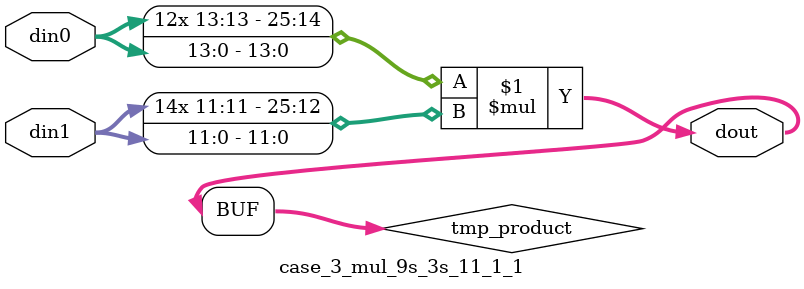
<source format=v>

`timescale 1 ns / 1 ps

 module case_3_mul_9s_3s_11_1_1(din0, din1, dout);
parameter ID = 1;
parameter NUM_STAGE = 0;
parameter din0_WIDTH = 14;
parameter din1_WIDTH = 12;
parameter dout_WIDTH = 26;

input [din0_WIDTH - 1 : 0] din0; 
input [din1_WIDTH - 1 : 0] din1; 
output [dout_WIDTH - 1 : 0] dout;

wire signed [dout_WIDTH - 1 : 0] tmp_product;



























assign tmp_product = $signed(din0) * $signed(din1);








assign dout = tmp_product;





















endmodule

</source>
